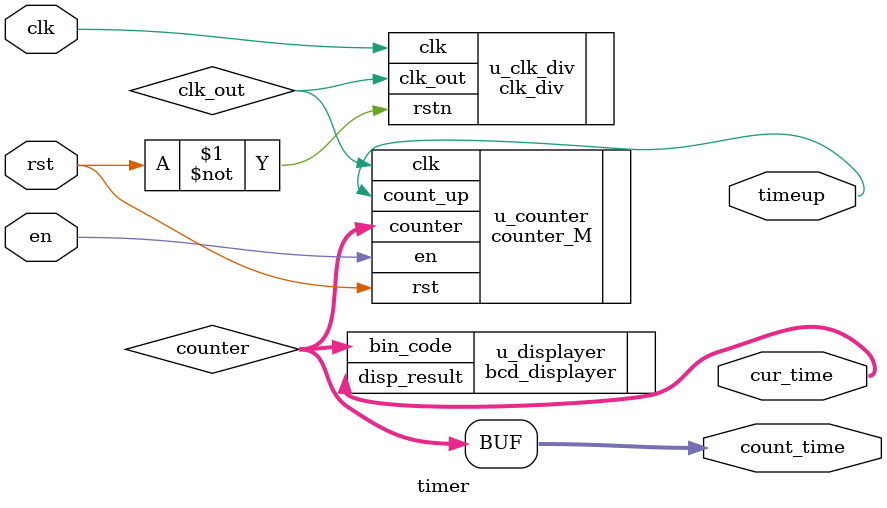
<source format=v>
module timer #(
    parameter TIME_SET = 99,        //total time(based on clk frequency)
    parameter CLK_SET = 50_000_000 //clk fraquency(50MHz = 1s etc.)
)(
    input clk,
    input rst,
    input en,
    output [13: 0] cur_time,
    output [7: 0] count_time,
    output timeup
);
    wire clk_out;
    clk_div #(
        .N      (CLK_SET        )
    )u_clk_div(
        .clk    (clk    ),
        .rstn   (~rst   ),
        .clk_out(clk_out)
    );

    wire [7: 0] counter;
    counter_M #(
        .M(TIME_SET)
    ) u_counter(
        .clk(clk_out),
        .rst(rst),
        .en(en),
        .counter(counter),
        .count_up(timeup)
    );
    assign count_time = counter;

    bcd_displayer #(
        .BIN_WIDTH(8),
        .BCD_CNT(2)
    ) u_displayer(
        .bin_code(counter),
        .disp_result(cur_time)
    );


endmodule
</source>
